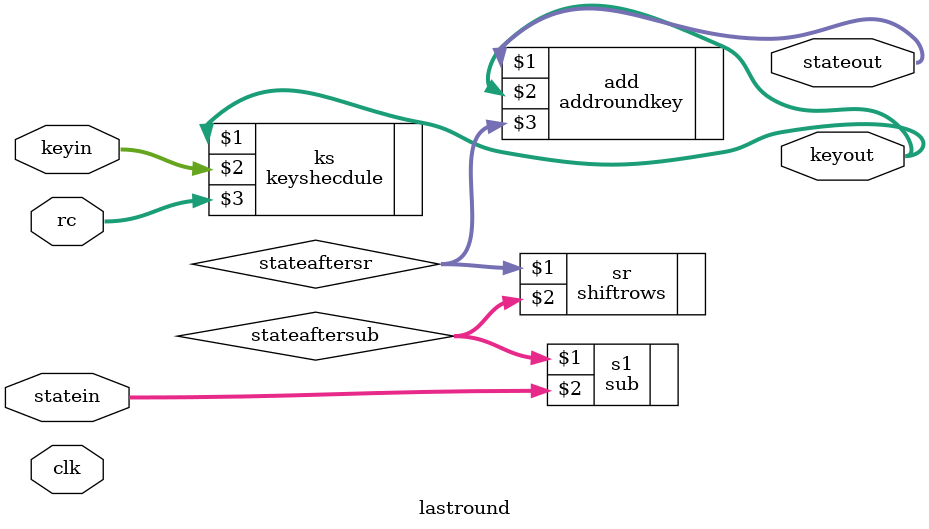
<source format=v>
`include "shiftrows.v"
`include "mixcolumns.v"
`include "sub.v"
`include "addroundkey.v"
`include "keyshecdule.v"

module aes(stateout,keyout,keyin,statein,clk);
input[127:0] statein;
input[127:0] keyin;
input clk;
output[127:0] stateout,keyout;
wire[127:0] state1,state2,state3,state4,state5,state6,state7,state8,state9;
wire[127:0] key1,key2,key3,key4,key5,key6,key7,key8,key9;
wire[127:0] statein1;

assign statein1 = statein^keyin;

round r1(state1,key1,keyin,statein1,4'h1,clk);
round r2(state2,key2,key1,state1,4'h2,clk);
round r3(state3,key3,key2,state2,4'h3,clk);
round r4(state4,key4,key3,state3,4'h4,clk);
round r5(state5,key5,key4,state4,4'h5,clk);
round r6(state6,key6,key5,state5,4'h6,clk);
round r7(state7,key7,key6,state6,4'h7,clk);
round r8(state8,key8,key7,state7,4'h8,clk);
round r9(state9,key9,key8,state8,4'h9,clk);
lastround l(stateout,keyout,key9,state9,4'ha,clk);

endmodule


module round(stateout,keyout,keyin,statein,rc,clk);
input[127:0] keyin,statein;
input[3:0] rc;
input clk;
output[127:0] stateout,keyout;
wire[127:0] stateaftersub,stateaftermix,stateaftershift;

sub s(stateaftersub,statein);
shiftrows sr(stateaftershift,stateaftersub);
mixcolumns mx(stateaftermix,stateaftershift);
keyshecdule sh(keyout,keyin,rc);
addroundkey ad(stateout,keyout,stateaftermix);

endmodule


module lastround(stateout,keyout,keyin,statein,rc,clk);
input[127:0] keyin,statein;
input[3:0] rc;
input clk;
output[127:0] stateout,keyout;
wire[127:0] stateaftersub,stateaftersr;

sub s1(stateaftersub,statein);
shiftrows sr(stateaftersr,stateaftersub);
keyshecdule ks(keyout,keyin,rc);
addroundkey add(stateout,keyout,stateaftersr);

endmodule
</source>
